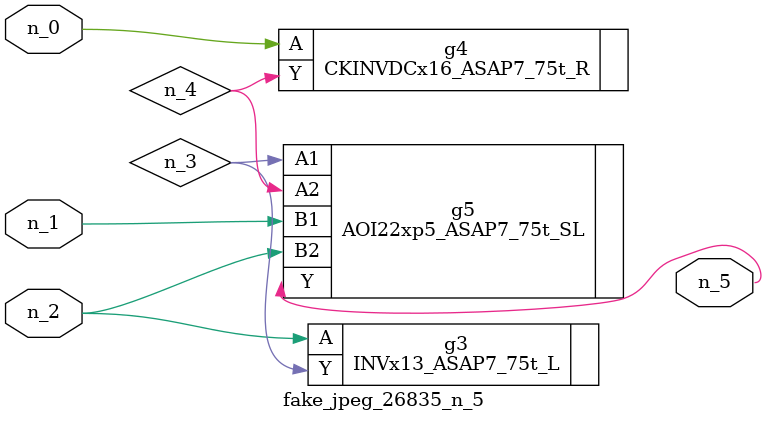
<source format=v>
module fake_jpeg_26835_n_5 (n_0, n_2, n_1, n_5);

input n_0;
input n_2;
input n_1;

output n_5;

wire n_3;
wire n_4;

INVx13_ASAP7_75t_L g3 ( 
.A(n_2),
.Y(n_3)
);

CKINVDCx16_ASAP7_75t_R g4 ( 
.A(n_0),
.Y(n_4)
);

AOI22xp5_ASAP7_75t_SL g5 ( 
.A1(n_3),
.A2(n_4),
.B1(n_1),
.B2(n_2),
.Y(n_5)
);


endmodule
</source>
